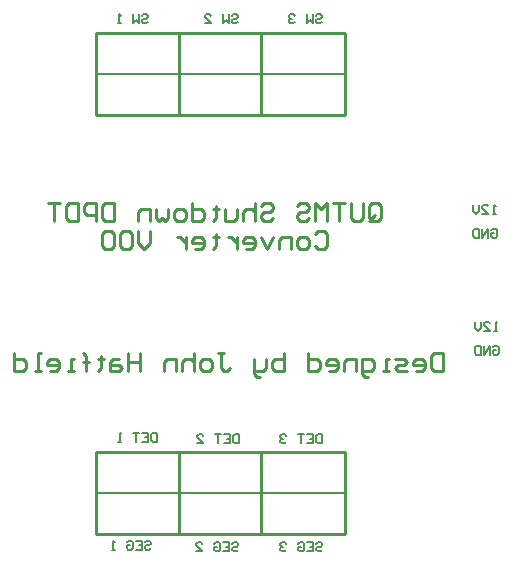
<source format=gbo>
G04*
G04 #@! TF.GenerationSoftware,Altium Limited,Altium Designer,21.1.1 (26)*
G04*
G04 Layer_Color=32896*
%FSLAX25Y25*%
%MOIN*%
G70*
G04*
G04 #@! TF.SameCoordinates,BF935737-4819-41B5-9F27-83029170D06B*
G04*
G04*
G04 #@! TF.FilePolarity,Positive*
G04*
G01*
G75*
%ADD11C,0.00800*%
%ADD13C,0.01000*%
%ADD15C,0.00500*%
D11*
X173701Y352299D02*
X174200Y352799D01*
X175200D01*
X175700Y352299D01*
Y351799D01*
X175200Y351300D01*
X174200D01*
X173701Y350800D01*
Y350300D01*
X174200Y349800D01*
X175200D01*
X175700Y350300D01*
X172701Y352799D02*
Y349800D01*
X171701Y350800D01*
X170702Y349800D01*
Y352799D01*
X166703Y349800D02*
X165703D01*
X166203D01*
Y352799D01*
X166703Y352299D01*
X203701D02*
X204201Y352799D01*
X205200D01*
X205700Y352299D01*
Y351799D01*
X205200Y351300D01*
X204201D01*
X203701Y350800D01*
Y350300D01*
X204201Y349800D01*
X205200D01*
X205700Y350300D01*
X202701Y352799D02*
Y349800D01*
X201701Y350800D01*
X200702Y349800D01*
Y352799D01*
X194704Y349800D02*
X196703D01*
X194704Y351799D01*
Y352299D01*
X195203Y352799D01*
X196203D01*
X196703Y352299D01*
X231701D02*
X232201Y352799D01*
X233200D01*
X233700Y352299D01*
Y351799D01*
X233200Y351300D01*
X232201D01*
X231701Y350800D01*
Y350300D01*
X232201Y349800D01*
X233200D01*
X233700Y350300D01*
X230701Y352799D02*
Y349800D01*
X229701Y350800D01*
X228702Y349800D01*
Y352799D01*
X224703Y352299D02*
X224203Y352799D01*
X223203D01*
X222704Y352299D01*
Y351799D01*
X223203Y351300D01*
X223703D01*
X223203D01*
X222704Y350800D01*
Y350300D01*
X223203Y349800D01*
X224203D01*
X224703Y350300D01*
X178859Y213336D02*
Y210337D01*
X177359D01*
X176859Y210837D01*
Y212837D01*
X177359Y213336D01*
X178859D01*
X173861D02*
X175860D01*
Y210337D01*
X173861D01*
X175860Y211837D02*
X174860D01*
X172861Y213336D02*
X170861D01*
X171861D01*
Y210337D01*
X166863D02*
X165863D01*
X166363D01*
Y213336D01*
X166863Y212837D01*
X206200Y212799D02*
Y209800D01*
X204700D01*
X204201Y210300D01*
Y212299D01*
X204700Y212799D01*
X206200D01*
X201202D02*
X203201D01*
Y209800D01*
X201202D01*
X203201Y211299D02*
X202201D01*
X200202Y212799D02*
X198203D01*
X199202D01*
Y209800D01*
X192204D02*
X194204D01*
X192204Y211799D01*
Y212299D01*
X192704Y212799D01*
X193704D01*
X194204Y212299D01*
X233859Y212836D02*
Y209837D01*
X232359D01*
X231859Y210337D01*
Y212336D01*
X232359Y212836D01*
X233859D01*
X228860D02*
X230860D01*
Y209837D01*
X228860D01*
X230860Y211337D02*
X229860D01*
X227861Y212836D02*
X225861D01*
X226861D01*
Y209837D01*
X221863Y212336D02*
X221363Y212836D01*
X220363D01*
X219863Y212336D01*
Y211837D01*
X220363Y211337D01*
X220863D01*
X220363D01*
X219863Y210837D01*
Y210337D01*
X220363Y209837D01*
X221363D01*
X221863Y210337D01*
X231859Y176336D02*
X232359Y176836D01*
X233359D01*
X233859Y176336D01*
Y175837D01*
X233359Y175337D01*
X232359D01*
X231859Y174837D01*
Y174337D01*
X232359Y173837D01*
X233359D01*
X233859Y174337D01*
X228860Y176836D02*
X230860D01*
Y173837D01*
X228860D01*
X230860Y175337D02*
X229860D01*
X225861Y176336D02*
X226361Y176836D01*
X227361D01*
X227861Y176336D01*
Y174337D01*
X227361Y173837D01*
X226361D01*
X225861Y174337D01*
Y175337D01*
X226861D01*
X221863Y176336D02*
X221363Y176836D01*
X220363D01*
X219863Y176336D01*
Y175837D01*
X220363Y175337D01*
X220863D01*
X220363D01*
X219863Y174837D01*
Y174337D01*
X220363Y173837D01*
X221363D01*
X221863Y174337D01*
X203859Y176336D02*
X204359Y176836D01*
X205359D01*
X205859Y176336D01*
Y175837D01*
X205359Y175337D01*
X204359D01*
X203859Y174837D01*
Y174337D01*
X204359Y173837D01*
X205359D01*
X205859Y174337D01*
X200861Y176836D02*
X202860D01*
Y173837D01*
X200861D01*
X202860Y175337D02*
X201860D01*
X197861Y176336D02*
X198361Y176836D01*
X199361D01*
X199861Y176336D01*
Y174337D01*
X199361Y173837D01*
X198361D01*
X197861Y174337D01*
Y175337D01*
X198861D01*
X191863Y173837D02*
X193863D01*
X191863Y175837D01*
Y176336D01*
X192363Y176836D01*
X193363D01*
X193863Y176336D01*
X174701Y176799D02*
X175200Y177299D01*
X176200D01*
X176700Y176799D01*
Y176299D01*
X176200Y175800D01*
X175200D01*
X174701Y175300D01*
Y174800D01*
X175200Y174300D01*
X176200D01*
X176700Y174800D01*
X171702Y177299D02*
X173701D01*
Y174300D01*
X171702D01*
X173701Y175800D02*
X172701D01*
X168703Y176799D02*
X169202Y177299D01*
X170202D01*
X170702Y176799D01*
Y174800D01*
X170202Y174300D01*
X169202D01*
X168703Y174800D01*
Y175800D01*
X169702D01*
X164704Y174300D02*
X163704D01*
X164204D01*
Y177299D01*
X164704Y176799D01*
X290701Y241799D02*
X291200Y242299D01*
X292200D01*
X292700Y241799D01*
Y239800D01*
X292200Y239300D01*
X291200D01*
X290701Y239800D01*
Y240799D01*
X291700D01*
X289701Y239300D02*
Y242299D01*
X287702Y239300D01*
Y242299D01*
X286702D02*
Y239300D01*
X285202D01*
X284703Y239800D01*
Y241799D01*
X285202Y242299D01*
X286702D01*
X292200Y247300D02*
X291200D01*
X291700D01*
Y250299D01*
X292200Y249799D01*
X287702Y247300D02*
X289701D01*
X287702Y249299D01*
Y249799D01*
X288201Y250299D01*
X289201D01*
X289701Y249799D01*
X286702Y250299D02*
Y248300D01*
X285702Y247300D01*
X284702Y248300D01*
Y250299D01*
X290201Y280799D02*
X290701Y281299D01*
X291700D01*
X292200Y280799D01*
Y278800D01*
X291700Y278300D01*
X290701D01*
X290201Y278800D01*
Y279800D01*
X291200D01*
X289201Y278300D02*
Y281299D01*
X287202Y278300D01*
Y281299D01*
X286202D02*
Y278300D01*
X284702D01*
X284203Y278800D01*
Y280799D01*
X284702Y281299D01*
X286202D01*
X291700Y286300D02*
X290700D01*
X291200D01*
Y289299D01*
X291700Y288799D01*
X287201Y286300D02*
X289201D01*
X287201Y288299D01*
Y288799D01*
X287701Y289299D01*
X288701D01*
X289201Y288799D01*
X286202Y289299D02*
Y287300D01*
X285202Y286300D01*
X284202Y287300D01*
Y289299D01*
D13*
X158500Y346750D02*
X241500D01*
X158500Y319250D02*
Y346750D01*
Y319250D02*
X241500D01*
Y346750D01*
X213500Y319250D02*
Y346750D01*
X186000Y319250D02*
Y346750D01*
Y179500D02*
Y207000D01*
X213500Y179500D02*
Y207000D01*
X241500Y179500D02*
Y207000D01*
X158500Y179500D02*
X241500D01*
X158500D02*
Y207000D01*
X241500D01*
X249483Y285097D02*
Y289096D01*
X250483Y290096D01*
X252482D01*
X253482Y289096D01*
Y285097D01*
X252482Y284098D01*
X250483D01*
X251483Y286097D02*
X249483Y284098D01*
X250483D02*
X249483Y285097D01*
X247484Y290096D02*
Y285097D01*
X246484Y284098D01*
X244485D01*
X243485Y285097D01*
Y290096D01*
X241486D02*
X237487D01*
X239487D01*
Y284098D01*
X235488D02*
Y290096D01*
X233488Y288096D01*
X231489Y290096D01*
Y284098D01*
X225491Y289096D02*
X226491Y290096D01*
X228490D01*
X229490Y289096D01*
Y288096D01*
X228490Y287097D01*
X226491D01*
X225491Y286097D01*
Y285097D01*
X226491Y284098D01*
X228490D01*
X229490Y285097D01*
X213495Y289096D02*
X214495Y290096D01*
X216494D01*
X217494Y289096D01*
Y288096D01*
X216494Y287097D01*
X214495D01*
X213495Y286097D01*
Y285097D01*
X214495Y284098D01*
X216494D01*
X217494Y285097D01*
X211496Y290096D02*
Y284098D01*
Y287097D01*
X210496Y288096D01*
X208497D01*
X207497Y287097D01*
Y284098D01*
X205498Y288096D02*
Y285097D01*
X204498Y284098D01*
X201499D01*
Y288096D01*
X198500Y289096D02*
Y288096D01*
X199499D01*
X197500D01*
X198500D01*
Y285097D01*
X197500Y284098D01*
X190502Y290096D02*
Y284098D01*
X193501D01*
X194501Y285097D01*
Y287097D01*
X193501Y288096D01*
X190502D01*
X187503Y284098D02*
X185504D01*
X184504Y285097D01*
Y287097D01*
X185504Y288096D01*
X187503D01*
X188503Y287097D01*
Y285097D01*
X187503Y284098D01*
X182505Y288096D02*
Y285097D01*
X181505Y284098D01*
X180506Y285097D01*
X179506Y284098D01*
X178506Y285097D01*
Y288096D01*
X176507Y284098D02*
Y288096D01*
X173508D01*
X172508Y287097D01*
Y284098D01*
X164511Y290096D02*
Y284098D01*
X161512D01*
X160512Y285097D01*
Y289096D01*
X161512Y290096D01*
X164511D01*
X158513Y284098D02*
Y290096D01*
X155514D01*
X154514Y289096D01*
Y287097D01*
X155514Y286097D01*
X158513D01*
X152515Y290096D02*
Y284098D01*
X149516D01*
X148516Y285097D01*
Y289096D01*
X149516Y290096D01*
X152515D01*
X146517D02*
X142518D01*
X144517D01*
Y284098D01*
X231489Y279498D02*
X232489Y280498D01*
X234488D01*
X235488Y279498D01*
Y275500D01*
X234488Y274500D01*
X232489D01*
X231489Y275500D01*
X228490Y274500D02*
X226491D01*
X225491Y275500D01*
Y277499D01*
X226491Y278499D01*
X228490D01*
X229490Y277499D01*
Y275500D01*
X228490Y274500D01*
X223492D02*
Y278499D01*
X220493D01*
X219493Y277499D01*
Y274500D01*
X217494Y278499D02*
X215494Y274500D01*
X213495Y278499D01*
X208497Y274500D02*
X210496D01*
X211496Y275500D01*
Y277499D01*
X210496Y278499D01*
X208497D01*
X207497Y277499D01*
Y276499D01*
X211496D01*
X205498Y278499D02*
Y274500D01*
Y276499D01*
X204498Y277499D01*
X203498Y278499D01*
X202499D01*
X198500Y279498D02*
Y278499D01*
X199499D01*
X197500D01*
X198500D01*
Y275500D01*
X197500Y274500D01*
X191502D02*
X193501D01*
X194501Y275500D01*
Y277499D01*
X193501Y278499D01*
X191502D01*
X190502Y277499D01*
Y276499D01*
X194501D01*
X188503Y278499D02*
Y274500D01*
Y276499D01*
X187503Y277499D01*
X186504Y278499D01*
X185504D01*
X176507Y280498D02*
Y276499D01*
X174508Y274500D01*
X172508Y276499D01*
Y280498D01*
X170509Y279498D02*
X169509Y280498D01*
X167510D01*
X166510Y279498D01*
Y275500D01*
X167510Y274500D01*
X169509D01*
X170509Y275500D01*
Y279498D01*
X164511D02*
X163511Y280498D01*
X161512D01*
X160512Y279498D01*
Y275500D01*
X161512Y274500D01*
X163511D01*
X164511Y275500D01*
Y279498D01*
X274000Y239997D02*
Y233999D01*
X271001D01*
X270001Y234999D01*
Y238998D01*
X271001Y239997D01*
X274000D01*
X265003Y233999D02*
X267002D01*
X268002Y234999D01*
Y236998D01*
X267002Y237998D01*
X265003D01*
X264003Y236998D01*
Y235999D01*
X268002D01*
X262004Y233999D02*
X259005D01*
X258005Y234999D01*
X259005Y235999D01*
X261004D01*
X262004Y236998D01*
X261004Y237998D01*
X258005D01*
X256006Y233999D02*
X254007D01*
X255006D01*
Y237998D01*
X256006D01*
X249008Y232000D02*
X248008D01*
X247009Y233000D01*
Y237998D01*
X250008D01*
X251007Y236998D01*
Y234999D01*
X250008Y233999D01*
X247009D01*
X245009D02*
Y237998D01*
X242010D01*
X241011Y236998D01*
Y233999D01*
X236012D02*
X238012D01*
X239011Y234999D01*
Y236998D01*
X238012Y237998D01*
X236012D01*
X235013Y236998D01*
Y235999D01*
X239011D01*
X229015Y239997D02*
Y233999D01*
X232014D01*
X233013Y234999D01*
Y236998D01*
X232014Y237998D01*
X229015D01*
X221017Y239997D02*
Y233999D01*
X218018D01*
X217018Y234999D01*
Y235999D01*
Y236998D01*
X218018Y237998D01*
X221017D01*
X215019D02*
Y234999D01*
X214019Y233999D01*
X211020D01*
Y233000D01*
X212020Y232000D01*
X213020D01*
X211020Y233999D02*
Y237998D01*
X199024Y239997D02*
X201024D01*
X200024D01*
Y234999D01*
X201024Y233999D01*
X202023D01*
X203023Y234999D01*
X196025Y233999D02*
X194026D01*
X193026Y234999D01*
Y236998D01*
X194026Y237998D01*
X196025D01*
X197025Y236998D01*
Y234999D01*
X196025Y233999D01*
X191027Y239997D02*
Y233999D01*
Y236998D01*
X190027Y237998D01*
X188028D01*
X187028Y236998D01*
Y233999D01*
X185029D02*
Y237998D01*
X182030D01*
X181030Y236998D01*
Y233999D01*
X173033Y239997D02*
Y233999D01*
Y236998D01*
X169034D01*
Y239997D01*
Y233999D01*
X166035Y237998D02*
X164036D01*
X163036Y236998D01*
Y233999D01*
X166035D01*
X167035Y234999D01*
X166035Y235999D01*
X163036D01*
X160037Y238998D02*
Y237998D01*
X161037D01*
X159037D01*
X160037D01*
Y234999D01*
X159037Y233999D01*
X155038D02*
Y238998D01*
Y236998D01*
X156038D01*
X154039D01*
X155038D01*
Y238998D01*
X154039Y239997D01*
X151040Y233999D02*
X149040D01*
X150040D01*
Y237998D01*
X151040D01*
X143042Y233999D02*
X145042D01*
X146041Y234999D01*
Y236998D01*
X145042Y237998D01*
X143042D01*
X142043Y236998D01*
Y235999D01*
X146041D01*
X140043Y233999D02*
X138044D01*
X139044D01*
Y239997D01*
X140043D01*
X131046D02*
Y233999D01*
X134045D01*
X135045Y234999D01*
Y236998D01*
X134045Y237998D01*
X131046D01*
D15*
X158500Y333000D02*
X241500D01*
X158500Y193250D02*
X241500D01*
M02*

</source>
